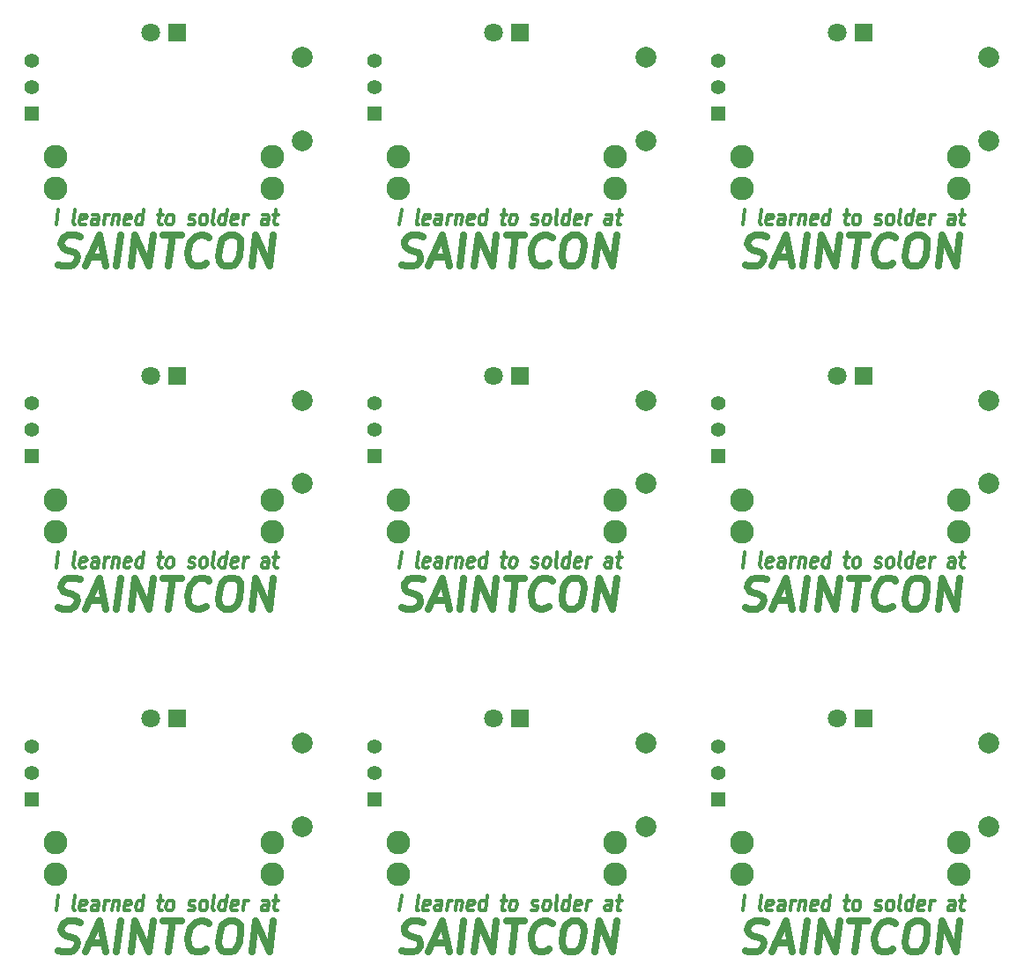
<source format=gts>
%MOIN*%
%OFA0B0*%
%FSLAX46Y46*%
%IPPOS*%
%LPD*%
%ADD10C,0.0039370078740157488*%
%ADD11C,0.011811023622047244*%
%ADD12C,0.027066929133858268*%
%ADD13C,0.0787*%
%ADD14C,0.090000000000000011*%
%ADD15R,0.070866141732283464X0.070866141732283464*%
%ADD16C,0.070866141732283464*%
%ADD17R,0.055000000000000007X0.055000000000000007*%
%ADD18C,0.055000000000000007*%
%ADD29C,0.0039370078740157488*%
%ADD30C,0.011811023622047244*%
%ADD31C,0.027066929133858268*%
%ADD32C,0.0787*%
%ADD33C,0.090000000000000011*%
%ADD34R,0.070866141732283464X0.070866141732283464*%
%ADD35C,0.070866141732283464*%
%ADD36R,0.055000000000000007X0.055000000000000007*%
%ADD37C,0.055000000000000007*%
%ADD38C,0.0039370078740157488*%
%ADD39C,0.011811023622047244*%
%ADD40C,0.027066929133858268*%
%ADD41C,0.0787*%
%ADD42C,0.090000000000000011*%
%ADD43R,0.070866141732283464X0.070866141732283464*%
%ADD44C,0.070866141732283464*%
%ADD45R,0.055000000000000007X0.055000000000000007*%
%ADD46C,0.055000000000000007*%
%ADD47C,0.0039370078740157488*%
%ADD48C,0.011811023622047244*%
%ADD49C,0.027066929133858268*%
%ADD50C,0.0787*%
%ADD51C,0.090000000000000011*%
%ADD52R,0.070866141732283464X0.070866141732283464*%
%ADD53C,0.070866141732283464*%
%ADD54R,0.055000000000000007X0.055000000000000007*%
%ADD55C,0.055000000000000007*%
%ADD56C,0.0039370078740157488*%
%ADD57C,0.011811023622047244*%
%ADD58C,0.027066929133858268*%
%ADD59C,0.0787*%
%ADD60C,0.090000000000000011*%
%ADD61R,0.070866141732283464X0.070866141732283464*%
%ADD62C,0.070866141732283464*%
%ADD63R,0.055000000000000007X0.055000000000000007*%
%ADD64C,0.055000000000000007*%
%ADD65C,0.0039370078740157488*%
%ADD66C,0.011811023622047244*%
%ADD67C,0.027066929133858268*%
%ADD68C,0.0787*%
%ADD69C,0.090000000000000011*%
%ADD70R,0.070866141732283464X0.070866141732283464*%
%ADD71C,0.070866141732283464*%
%ADD72R,0.055000000000000007X0.055000000000000007*%
%ADD73C,0.055000000000000007*%
%ADD74C,0.0039370078740157488*%
%ADD75C,0.011811023622047244*%
%ADD76C,0.027066929133858268*%
%ADD77C,0.0787*%
%ADD78C,0.090000000000000011*%
%ADD79R,0.070866141732283464X0.070866141732283464*%
%ADD80C,0.070866141732283464*%
%ADD81R,0.055000000000000007X0.055000000000000007*%
%ADD82C,0.055000000000000007*%
%ADD83C,0.0039370078740157488*%
%ADD84C,0.011811023622047244*%
%ADD85C,0.027066929133858268*%
%ADD86C,0.0787*%
%ADD87C,0.090000000000000011*%
%ADD88R,0.070866141732283464X0.070866141732283464*%
%ADD89C,0.070866141732283464*%
%ADD90R,0.055000000000000007X0.055000000000000007*%
%ADD91C,0.055000000000000007*%
%ADD92C,0.0039370078740157488*%
%ADD93C,0.011811023622047244*%
%ADD94C,0.027066929133858268*%
%ADD95C,0.0787*%
%ADD96C,0.090000000000000011*%
%ADD97R,0.070866141732283464X0.070866141732283464*%
%ADD98C,0.070866141732283464*%
%ADD99R,0.055000000000000007X0.055000000000000007*%
%ADD100C,0.055000000000000007*%
G01*
D10*
D11*
X0000192829Y0000203284D02*
X0000200211Y0000262339D01*
X0000263508Y0000203284D02*
X0000258985Y0000206096D01*
X0000257251Y0000211721D01*
X0000263578Y0000262339D01*
X0000302854Y0000206096D02*
X0000297628Y0000203284D01*
X0000287880Y0000203284D01*
X0000283357Y0000206096D01*
X0000281622Y0000211721D01*
X0000284435Y0000234218D01*
X0000287575Y0000239842D01*
X0000292801Y0000242654D01*
X0000302550Y0000242654D01*
X0000307072Y0000239842D01*
X0000308807Y0000234218D01*
X0000308104Y0000228594D01*
X0000283029Y0000222969D01*
X0000348809Y0000203284D02*
X0000352676Y0000234218D01*
X0000350942Y0000239842D01*
X0000346419Y0000242654D01*
X0000336670Y0000242654D01*
X0000331444Y0000239842D01*
X0000349161Y0000206096D02*
X0000343935Y0000203284D01*
X0000331749Y0000203284D01*
X0000327226Y0000206096D01*
X0000325492Y0000211721D01*
X0000326195Y0000217345D01*
X0000329335Y0000222969D01*
X0000334561Y0000225781D01*
X0000346747Y0000225781D01*
X0000351973Y0000228594D01*
X0000373181Y0000203284D02*
X0000378103Y0000242654D01*
X0000376697Y0000231406D02*
X0000379837Y0000237030D01*
X0000382625Y0000239842D01*
X0000387851Y0000242654D01*
X0000392726Y0000242654D01*
X0000409786Y0000242654D02*
X0000404865Y0000203284D01*
X0000409083Y0000237030D02*
X0000411872Y0000239842D01*
X0000417098Y0000242654D01*
X0000424409Y0000242654D01*
X0000428932Y0000239842D01*
X0000430666Y0000234218D01*
X0000426800Y0000203284D01*
X0000471021Y0000206096D02*
X0000465795Y0000203284D01*
X0000456046Y0000203284D01*
X0000451523Y0000206096D01*
X0000449789Y0000211721D01*
X0000452601Y0000234218D01*
X0000455741Y0000239842D01*
X0000460967Y0000242654D01*
X0000470716Y0000242654D01*
X0000475239Y0000239842D01*
X0000476973Y0000234218D01*
X0000476270Y0000228594D01*
X0000451195Y0000222969D01*
X0000516976Y0000203284D02*
X0000524358Y0000262339D01*
X0000517327Y0000206096D02*
X0000512101Y0000203284D01*
X0000502353Y0000203284D01*
X0000497830Y0000206096D01*
X0000495744Y0000208908D01*
X0000494010Y0000214533D01*
X0000496119Y0000231406D01*
X0000499259Y0000237030D01*
X0000502048Y0000239842D01*
X0000507274Y0000242654D01*
X0000517023Y0000242654D01*
X0000521546Y0000239842D01*
X0000577953Y0000242654D02*
X0000597450Y0000242654D01*
X0000587725Y0000262339D02*
X0000581397Y0000211721D01*
X0000583132Y0000206096D01*
X0000587655Y0000203284D01*
X0000592529Y0000203284D01*
X0000616901Y0000203284D02*
X0000612378Y0000206096D01*
X0000610292Y0000208908D01*
X0000608558Y0000214533D01*
X0000610667Y0000231406D01*
X0000613807Y0000237030D01*
X0000616596Y0000239842D01*
X0000621822Y0000242654D01*
X0000629134Y0000242654D01*
X0000633657Y0000239842D01*
X0000635742Y0000237030D01*
X0000637476Y0000231406D01*
X0000635367Y0000214533D01*
X0000632227Y0000208908D01*
X0000629438Y0000206096D01*
X0000624212Y0000203284D01*
X0000616901Y0000203284D01*
X0000692805Y0000206096D02*
X0000697328Y0000203284D01*
X0000707077Y0000203284D01*
X0000712303Y0000206096D01*
X0000715443Y0000211721D01*
X0000715795Y0000214533D01*
X0000714061Y0000220157D01*
X0000709538Y0000222969D01*
X0000702226Y0000222969D01*
X0000697703Y0000225781D01*
X0000695969Y0000231406D01*
X0000696321Y0000234218D01*
X0000699461Y0000239842D01*
X0000704687Y0000242654D01*
X0000711998Y0000242654D01*
X0000716521Y0000239842D01*
X0000743635Y0000203284D02*
X0000739112Y0000206096D01*
X0000737026Y0000208908D01*
X0000735292Y0000214533D01*
X0000737401Y0000231406D01*
X0000740542Y0000237030D01*
X0000743330Y0000239842D01*
X0000748556Y0000242654D01*
X0000755868Y0000242654D01*
X0000760391Y0000239842D01*
X0000762476Y0000237030D01*
X0000764210Y0000231406D01*
X0000762101Y0000214533D01*
X0000758961Y0000208908D01*
X0000756172Y0000206096D01*
X0000750947Y0000203284D01*
X0000743635Y0000203284D01*
X0000789942Y0000203284D02*
X0000785419Y0000206096D01*
X0000783685Y0000211721D01*
X0000790012Y0000262339D01*
X0000831374Y0000203284D02*
X0000838756Y0000262339D01*
X0000831725Y0000206096D02*
X0000826500Y0000203284D01*
X0000816751Y0000203284D01*
X0000812228Y0000206096D01*
X0000810142Y0000208908D01*
X0000808408Y0000214533D01*
X0000810517Y0000231406D01*
X0000813657Y0000237030D01*
X0000816446Y0000239842D01*
X0000821672Y0000242654D01*
X0000831421Y0000242654D01*
X0000835944Y0000239842D01*
X0000875595Y0000206096D02*
X0000870369Y0000203284D01*
X0000860620Y0000203284D01*
X0000856097Y0000206096D01*
X0000854363Y0000211721D01*
X0000857175Y0000234218D01*
X0000860316Y0000239842D01*
X0000865542Y0000242654D01*
X0000875290Y0000242654D01*
X0000879813Y0000239842D01*
X0000881547Y0000234218D01*
X0000880844Y0000228594D01*
X0000855769Y0000222969D01*
X0000899615Y0000203284D02*
X0000904537Y0000242654D01*
X0000903131Y0000231406D02*
X0000906271Y0000237030D01*
X0000909060Y0000239842D01*
X0000914285Y0000242654D01*
X0000919160Y0000242654D01*
X0000992229Y0000203284D02*
X0000996096Y0000234218D01*
X0000994361Y0000239842D01*
X0000989839Y0000242654D01*
X0000980090Y0000242654D01*
X0000974864Y0000239842D01*
X0000992580Y0000206096D02*
X0000987354Y0000203284D01*
X0000975168Y0000203284D01*
X0000970646Y0000206096D01*
X0000968911Y0000211721D01*
X0000969614Y0000217345D01*
X0000972755Y0000222969D01*
X0000977981Y0000225781D01*
X0000990167Y0000225781D01*
X0000995393Y0000228594D01*
X0001014210Y0000242654D02*
X0001033708Y0000242654D01*
X0001023983Y0000262339D02*
X0001017655Y0000211721D01*
X0001019390Y0000206096D01*
X0001023912Y0000203284D01*
X0001028787Y0000203284D01*
D12*
X0000201886Y0000052193D02*
X0000218056Y0000046569D01*
X0000246178Y0000046569D01*
X0000258129Y0000052193D01*
X0000264457Y0000057817D01*
X0000271487Y0000069066D01*
X0000272893Y0000080315D01*
X0000268675Y0000091563D01*
X0000263754Y0000097187D01*
X0000253208Y0000102812D01*
X0000231414Y0000108436D01*
X0000220868Y0000114060D01*
X0000215947Y0000119685D01*
X0000211729Y0000130933D01*
X0000213135Y0000142182D01*
X0000220165Y0000153430D01*
X0000226493Y0000159055D01*
X0000238444Y0000164679D01*
X0000266566Y0000164679D01*
X0000282736Y0000159055D01*
X0000317887Y0000080315D02*
X0000374130Y0000080315D01*
X0000302421Y0000046569D02*
X0000356554Y0000164679D01*
X0000381161Y0000046569D01*
X0000420531Y0000046569D02*
X0000435295Y0000164679D01*
X0000476774Y0000046569D02*
X0000491538Y0000164679D01*
X0000544265Y0000046569D01*
X0000559029Y0000164679D01*
X0000598399Y0000164679D02*
X0000665891Y0000164679D01*
X0000617381Y0000046569D02*
X0000632145Y0000164679D01*
X0000759395Y0000057817D02*
X0000753067Y0000052193D01*
X0000735491Y0000046569D01*
X0000724243Y0000046569D01*
X0000708073Y0000052193D01*
X0000698230Y0000063442D01*
X0000694012Y0000074690D01*
X0000691200Y0000097187D01*
X0000693309Y0000114060D01*
X0000701746Y0000136557D01*
X0000708776Y0000147806D01*
X0000721431Y0000159055D01*
X0000739007Y0000164679D01*
X0000750255Y0000164679D01*
X0000766425Y0000159055D01*
X0000771346Y0000153430D01*
X0000845868Y0000164679D02*
X0000868365Y0000164679D01*
X0000878911Y0000159055D01*
X0000888754Y0000147806D01*
X0000891566Y0000125309D01*
X0000886644Y0000085939D01*
X0000878208Y0000063442D01*
X0000865553Y0000052193D01*
X0000853602Y0000046569D01*
X0000831104Y0000046569D01*
X0000820559Y0000052193D01*
X0000810716Y0000063442D01*
X0000807904Y0000085939D01*
X0000812826Y0000125309D01*
X0000821262Y0000147806D01*
X0000833917Y0000159055D01*
X0000845868Y0000164679D01*
X0000932342Y0000046569D02*
X0000947106Y0000164679D01*
X0000999833Y0000046569D01*
X0001014597Y0000164679D01*
D13*
X0001124999Y0000837480D03*
X0001124999Y0000522519D03*
D14*
X0001009999Y0000340000D03*
X0000189999Y0000340000D03*
X0001009999Y0000460000D03*
X0000189999Y0000460000D03*
D15*
X0000649999Y0000930000D03*
D16*
X0000549999Y0000930000D03*
D17*
X0000099999Y0000625000D03*
D18*
X0000099999Y0000725000D03*
X0000099999Y0000825000D03*
G04 next file*
G04 #@! TF.FileFunction,Soldermask,Top*
G04 Gerber Fmt 4.6, Leading zero omitted, Abs format (unit mm)*
G04 Created by KiCad (PCBNEW 4.0.7) date 10/06/19 13:23:44*
G01*
G04 APERTURE LIST*
G04 APERTURE END LIST*
D29*
D30*
X0000192829Y0001501710D02*
X0000200211Y0001560765D01*
X0000263508Y0001501710D02*
X0000258985Y0001504522D01*
X0000257251Y0001510146D01*
X0000263578Y0001560765D01*
X0000302854Y0001504522D02*
X0000297628Y0001501710D01*
X0000287880Y0001501710D01*
X0000283357Y0001504522D01*
X0000281622Y0001510146D01*
X0000284435Y0001532643D01*
X0000287575Y0001538267D01*
X0000292801Y0001541080D01*
X0000302550Y0001541080D01*
X0000307072Y0001538267D01*
X0000308807Y0001532643D01*
X0000308104Y0001527019D01*
X0000283029Y0001521395D01*
X0000348809Y0001501710D02*
X0000352676Y0001532643D01*
X0000350942Y0001538267D01*
X0000346419Y0001541080D01*
X0000336670Y0001541080D01*
X0000331444Y0001538267D01*
X0000349161Y0001504522D02*
X0000343935Y0001501710D01*
X0000331749Y0001501710D01*
X0000327226Y0001504522D01*
X0000325492Y0001510146D01*
X0000326195Y0001515770D01*
X0000329335Y0001521395D01*
X0000334561Y0001524207D01*
X0000346747Y0001524207D01*
X0000351973Y0001527019D01*
X0000373181Y0001501710D02*
X0000378103Y0001541080D01*
X0000376697Y0001529831D02*
X0000379837Y0001535455D01*
X0000382625Y0001538267D01*
X0000387851Y0001541080D01*
X0000392726Y0001541080D01*
X0000409786Y0001541080D02*
X0000404865Y0001501710D01*
X0000409083Y0001535455D02*
X0000411872Y0001538267D01*
X0000417098Y0001541080D01*
X0000424409Y0001541080D01*
X0000428932Y0001538267D01*
X0000430666Y0001532643D01*
X0000426800Y0001501710D01*
X0000471021Y0001504522D02*
X0000465795Y0001501710D01*
X0000456046Y0001501710D01*
X0000451523Y0001504522D01*
X0000449789Y0001510146D01*
X0000452601Y0001532643D01*
X0000455741Y0001538267D01*
X0000460967Y0001541080D01*
X0000470716Y0001541080D01*
X0000475239Y0001538267D01*
X0000476973Y0001532643D01*
X0000476270Y0001527019D01*
X0000451195Y0001521395D01*
X0000516976Y0001501710D02*
X0000524358Y0001560765D01*
X0000517327Y0001504522D02*
X0000512101Y0001501710D01*
X0000502353Y0001501710D01*
X0000497830Y0001504522D01*
X0000495744Y0001507334D01*
X0000494010Y0001512958D01*
X0000496119Y0001529831D01*
X0000499259Y0001535455D01*
X0000502048Y0001538267D01*
X0000507274Y0001541080D01*
X0000517023Y0001541080D01*
X0000521546Y0001538267D01*
X0000577953Y0001541080D02*
X0000597450Y0001541080D01*
X0000587725Y0001560765D02*
X0000581397Y0001510146D01*
X0000583132Y0001504522D01*
X0000587655Y0001501710D01*
X0000592529Y0001501710D01*
X0000616901Y0001501710D02*
X0000612378Y0001504522D01*
X0000610292Y0001507334D01*
X0000608558Y0001512958D01*
X0000610667Y0001529831D01*
X0000613807Y0001535455D01*
X0000616596Y0001538267D01*
X0000621822Y0001541080D01*
X0000629134Y0001541080D01*
X0000633657Y0001538267D01*
X0000635742Y0001535455D01*
X0000637476Y0001529831D01*
X0000635367Y0001512958D01*
X0000632227Y0001507334D01*
X0000629438Y0001504522D01*
X0000624212Y0001501710D01*
X0000616901Y0001501710D01*
X0000692805Y0001504522D02*
X0000697328Y0001501710D01*
X0000707077Y0001501710D01*
X0000712303Y0001504522D01*
X0000715443Y0001510146D01*
X0000715795Y0001512958D01*
X0000714061Y0001518582D01*
X0000709538Y0001521395D01*
X0000702226Y0001521395D01*
X0000697703Y0001524207D01*
X0000695969Y0001529831D01*
X0000696321Y0001532643D01*
X0000699461Y0001538267D01*
X0000704687Y0001541080D01*
X0000711998Y0001541080D01*
X0000716521Y0001538267D01*
X0000743635Y0001501710D02*
X0000739112Y0001504522D01*
X0000737026Y0001507334D01*
X0000735292Y0001512958D01*
X0000737401Y0001529831D01*
X0000740542Y0001535455D01*
X0000743330Y0001538267D01*
X0000748556Y0001541080D01*
X0000755868Y0001541080D01*
X0000760391Y0001538267D01*
X0000762476Y0001535455D01*
X0000764210Y0001529831D01*
X0000762101Y0001512958D01*
X0000758961Y0001507334D01*
X0000756172Y0001504522D01*
X0000750947Y0001501710D01*
X0000743635Y0001501710D01*
X0000789942Y0001501710D02*
X0000785419Y0001504522D01*
X0000783685Y0001510146D01*
X0000790012Y0001560765D01*
X0000831374Y0001501710D02*
X0000838756Y0001560765D01*
X0000831725Y0001504522D02*
X0000826500Y0001501710D01*
X0000816751Y0001501710D01*
X0000812228Y0001504522D01*
X0000810142Y0001507334D01*
X0000808408Y0001512958D01*
X0000810517Y0001529831D01*
X0000813657Y0001535455D01*
X0000816446Y0001538267D01*
X0000821672Y0001541080D01*
X0000831421Y0001541080D01*
X0000835944Y0001538267D01*
X0000875595Y0001504522D02*
X0000870369Y0001501710D01*
X0000860620Y0001501710D01*
X0000856097Y0001504522D01*
X0000854363Y0001510146D01*
X0000857175Y0001532643D01*
X0000860316Y0001538267D01*
X0000865542Y0001541080D01*
X0000875290Y0001541080D01*
X0000879813Y0001538267D01*
X0000881547Y0001532643D01*
X0000880844Y0001527019D01*
X0000855769Y0001521395D01*
X0000899615Y0001501710D02*
X0000904537Y0001541080D01*
X0000903131Y0001529831D02*
X0000906271Y0001535455D01*
X0000909060Y0001538267D01*
X0000914285Y0001541080D01*
X0000919160Y0001541080D01*
X0000992229Y0001501710D02*
X0000996096Y0001532643D01*
X0000994361Y0001538267D01*
X0000989839Y0001541080D01*
X0000980090Y0001541080D01*
X0000974864Y0001538267D01*
X0000992580Y0001504522D02*
X0000987354Y0001501710D01*
X0000975168Y0001501710D01*
X0000970646Y0001504522D01*
X0000968911Y0001510146D01*
X0000969614Y0001515770D01*
X0000972755Y0001521395D01*
X0000977981Y0001524207D01*
X0000990167Y0001524207D01*
X0000995393Y0001527019D01*
X0001014210Y0001541080D02*
X0001033708Y0001541080D01*
X0001023983Y0001560765D02*
X0001017655Y0001510146D01*
X0001019390Y0001504522D01*
X0001023912Y0001501710D01*
X0001028787Y0001501710D01*
D31*
X0000201886Y0001350618D02*
X0000218056Y0001344994D01*
X0000246178Y0001344994D01*
X0000258129Y0001350618D01*
X0000264457Y0001356243D01*
X0000271487Y0001367491D01*
X0000272893Y0001378740D01*
X0000268675Y0001389988D01*
X0000263754Y0001395613D01*
X0000253208Y0001401237D01*
X0000231414Y0001406861D01*
X0000220868Y0001412486D01*
X0000215947Y0001418110D01*
X0000211729Y0001429359D01*
X0000213135Y0001440607D01*
X0000220165Y0001451856D01*
X0000226493Y0001457480D01*
X0000238444Y0001463104D01*
X0000266566Y0001463104D01*
X0000282736Y0001457480D01*
X0000317887Y0001378740D02*
X0000374130Y0001378740D01*
X0000302421Y0001344994D02*
X0000356554Y0001463104D01*
X0000381161Y0001344994D01*
X0000420531Y0001344994D02*
X0000435295Y0001463104D01*
X0000476774Y0001344994D02*
X0000491538Y0001463104D01*
X0000544265Y0001344994D01*
X0000559029Y0001463104D01*
X0000598399Y0001463104D02*
X0000665891Y0001463104D01*
X0000617381Y0001344994D02*
X0000632145Y0001463104D01*
X0000759395Y0001356243D02*
X0000753067Y0001350618D01*
X0000735491Y0001344994D01*
X0000724243Y0001344994D01*
X0000708073Y0001350618D01*
X0000698230Y0001361867D01*
X0000694012Y0001373116D01*
X0000691200Y0001395613D01*
X0000693309Y0001412486D01*
X0000701746Y0001434983D01*
X0000708776Y0001446231D01*
X0000721431Y0001457480D01*
X0000739007Y0001463104D01*
X0000750255Y0001463104D01*
X0000766425Y0001457480D01*
X0000771346Y0001451856D01*
X0000845868Y0001463104D02*
X0000868365Y0001463104D01*
X0000878911Y0001457480D01*
X0000888754Y0001446231D01*
X0000891566Y0001423734D01*
X0000886644Y0001384364D01*
X0000878208Y0001361867D01*
X0000865553Y0001350618D01*
X0000853602Y0001344994D01*
X0000831104Y0001344994D01*
X0000820559Y0001350618D01*
X0000810716Y0001361867D01*
X0000807904Y0001384364D01*
X0000812826Y0001423734D01*
X0000821262Y0001446231D01*
X0000833917Y0001457480D01*
X0000845868Y0001463104D01*
X0000932342Y0001344994D02*
X0000947106Y0001463104D01*
X0000999833Y0001344994D01*
X0001014597Y0001463104D01*
D32*
X0001124999Y0002135905D03*
X0001124999Y0001820945D03*
D33*
X0001009999Y0001638425D03*
X0000189999Y0001638425D03*
X0001009999Y0001758425D03*
X0000189999Y0001758425D03*
D34*
X0000649999Y0002228425D03*
D35*
X0000549999Y0002228425D03*
D36*
X0000099999Y0001923425D03*
D37*
X0000099999Y0002023425D03*
X0000099999Y0002123425D03*
G04 next file*
G04 #@! TF.FileFunction,Soldermask,Top*
G04 Gerber Fmt 4.6, Leading zero omitted, Abs format (unit mm)*
G04 Created by KiCad (PCBNEW 4.0.7) date 10/06/19 13:23:44*
G01*
G04 APERTURE LIST*
G04 APERTURE END LIST*
D38*
D39*
X0000192829Y0002800135D02*
X0000200211Y0002859190D01*
X0000263508Y0002800135D02*
X0000258985Y0002802947D01*
X0000257251Y0002808571D01*
X0000263578Y0002859190D01*
X0000302854Y0002802947D02*
X0000297628Y0002800135D01*
X0000287880Y0002800135D01*
X0000283357Y0002802947D01*
X0000281622Y0002808571D01*
X0000284435Y0002831068D01*
X0000287575Y0002836692D01*
X0000292801Y0002839505D01*
X0000302550Y0002839505D01*
X0000307072Y0002836692D01*
X0000308807Y0002831068D01*
X0000308104Y0002825444D01*
X0000283029Y0002819820D01*
X0000348809Y0002800135D02*
X0000352676Y0002831068D01*
X0000350942Y0002836692D01*
X0000346419Y0002839505D01*
X0000336670Y0002839505D01*
X0000331444Y0002836692D01*
X0000349161Y0002802947D02*
X0000343935Y0002800135D01*
X0000331749Y0002800135D01*
X0000327226Y0002802947D01*
X0000325492Y0002808571D01*
X0000326195Y0002814195D01*
X0000329335Y0002819820D01*
X0000334561Y0002822632D01*
X0000346747Y0002822632D01*
X0000351973Y0002825444D01*
X0000373181Y0002800135D02*
X0000378103Y0002839505D01*
X0000376697Y0002828256D02*
X0000379837Y0002833880D01*
X0000382625Y0002836692D01*
X0000387851Y0002839505D01*
X0000392726Y0002839505D01*
X0000409786Y0002839505D02*
X0000404865Y0002800135D01*
X0000409083Y0002833880D02*
X0000411872Y0002836692D01*
X0000417098Y0002839505D01*
X0000424409Y0002839505D01*
X0000428932Y0002836692D01*
X0000430666Y0002831068D01*
X0000426800Y0002800135D01*
X0000471021Y0002802947D02*
X0000465795Y0002800135D01*
X0000456046Y0002800135D01*
X0000451523Y0002802947D01*
X0000449789Y0002808571D01*
X0000452601Y0002831068D01*
X0000455741Y0002836692D01*
X0000460967Y0002839505D01*
X0000470716Y0002839505D01*
X0000475239Y0002836692D01*
X0000476973Y0002831068D01*
X0000476270Y0002825444D01*
X0000451195Y0002819820D01*
X0000516976Y0002800135D02*
X0000524358Y0002859190D01*
X0000517327Y0002802947D02*
X0000512101Y0002800135D01*
X0000502353Y0002800135D01*
X0000497830Y0002802947D01*
X0000495744Y0002805759D01*
X0000494010Y0002811383D01*
X0000496119Y0002828256D01*
X0000499259Y0002833880D01*
X0000502048Y0002836692D01*
X0000507274Y0002839505D01*
X0000517023Y0002839505D01*
X0000521546Y0002836692D01*
X0000577953Y0002839505D02*
X0000597450Y0002839505D01*
X0000587725Y0002859190D02*
X0000581397Y0002808571D01*
X0000583132Y0002802947D01*
X0000587655Y0002800135D01*
X0000592529Y0002800135D01*
X0000616901Y0002800135D02*
X0000612378Y0002802947D01*
X0000610292Y0002805759D01*
X0000608558Y0002811383D01*
X0000610667Y0002828256D01*
X0000613807Y0002833880D01*
X0000616596Y0002836692D01*
X0000621822Y0002839505D01*
X0000629134Y0002839505D01*
X0000633657Y0002836692D01*
X0000635742Y0002833880D01*
X0000637476Y0002828256D01*
X0000635367Y0002811383D01*
X0000632227Y0002805759D01*
X0000629438Y0002802947D01*
X0000624212Y0002800135D01*
X0000616901Y0002800135D01*
X0000692805Y0002802947D02*
X0000697328Y0002800135D01*
X0000707077Y0002800135D01*
X0000712303Y0002802947D01*
X0000715443Y0002808571D01*
X0000715795Y0002811383D01*
X0000714061Y0002817007D01*
X0000709538Y0002819820D01*
X0000702226Y0002819820D01*
X0000697703Y0002822632D01*
X0000695969Y0002828256D01*
X0000696321Y0002831068D01*
X0000699461Y0002836692D01*
X0000704687Y0002839505D01*
X0000711998Y0002839505D01*
X0000716521Y0002836692D01*
X0000743635Y0002800135D02*
X0000739112Y0002802947D01*
X0000737026Y0002805759D01*
X0000735292Y0002811383D01*
X0000737401Y0002828256D01*
X0000740542Y0002833880D01*
X0000743330Y0002836692D01*
X0000748556Y0002839505D01*
X0000755868Y0002839505D01*
X0000760391Y0002836692D01*
X0000762476Y0002833880D01*
X0000764210Y0002828256D01*
X0000762101Y0002811383D01*
X0000758961Y0002805759D01*
X0000756172Y0002802947D01*
X0000750947Y0002800135D01*
X0000743635Y0002800135D01*
X0000789942Y0002800135D02*
X0000785419Y0002802947D01*
X0000783685Y0002808571D01*
X0000790012Y0002859190D01*
X0000831374Y0002800135D02*
X0000838756Y0002859190D01*
X0000831725Y0002802947D02*
X0000826500Y0002800135D01*
X0000816751Y0002800135D01*
X0000812228Y0002802947D01*
X0000810142Y0002805759D01*
X0000808408Y0002811383D01*
X0000810517Y0002828256D01*
X0000813657Y0002833880D01*
X0000816446Y0002836692D01*
X0000821672Y0002839505D01*
X0000831421Y0002839505D01*
X0000835944Y0002836692D01*
X0000875595Y0002802947D02*
X0000870369Y0002800135D01*
X0000860620Y0002800135D01*
X0000856097Y0002802947D01*
X0000854363Y0002808571D01*
X0000857175Y0002831068D01*
X0000860316Y0002836692D01*
X0000865542Y0002839505D01*
X0000875290Y0002839505D01*
X0000879813Y0002836692D01*
X0000881547Y0002831068D01*
X0000880844Y0002825444D01*
X0000855769Y0002819820D01*
X0000899615Y0002800135D02*
X0000904537Y0002839505D01*
X0000903131Y0002828256D02*
X0000906271Y0002833880D01*
X0000909060Y0002836692D01*
X0000914285Y0002839505D01*
X0000919160Y0002839505D01*
X0000992229Y0002800135D02*
X0000996096Y0002831068D01*
X0000994361Y0002836692D01*
X0000989839Y0002839505D01*
X0000980090Y0002839505D01*
X0000974864Y0002836692D01*
X0000992580Y0002802947D02*
X0000987354Y0002800135D01*
X0000975168Y0002800135D01*
X0000970646Y0002802947D01*
X0000968911Y0002808571D01*
X0000969614Y0002814195D01*
X0000972755Y0002819820D01*
X0000977981Y0002822632D01*
X0000990167Y0002822632D01*
X0000995393Y0002825444D01*
X0001014210Y0002839505D02*
X0001033708Y0002839505D01*
X0001023983Y0002859190D02*
X0001017655Y0002808571D01*
X0001019390Y0002802947D01*
X0001023912Y0002800135D01*
X0001028787Y0002800135D01*
D40*
X0000201886Y0002649043D02*
X0000218056Y0002643419D01*
X0000246178Y0002643419D01*
X0000258129Y0002649043D01*
X0000264457Y0002654668D01*
X0000271487Y0002665916D01*
X0000272893Y0002677165D01*
X0000268675Y0002688413D01*
X0000263754Y0002694038D01*
X0000253208Y0002699662D01*
X0000231414Y0002705286D01*
X0000220868Y0002710911D01*
X0000215947Y0002716535D01*
X0000211729Y0002727784D01*
X0000213135Y0002739032D01*
X0000220165Y0002750281D01*
X0000226493Y0002755905D01*
X0000238444Y0002761529D01*
X0000266566Y0002761529D01*
X0000282736Y0002755905D01*
X0000317887Y0002677165D02*
X0000374130Y0002677165D01*
X0000302421Y0002643419D02*
X0000356554Y0002761529D01*
X0000381161Y0002643419D01*
X0000420531Y0002643419D02*
X0000435295Y0002761529D01*
X0000476774Y0002643419D02*
X0000491538Y0002761529D01*
X0000544265Y0002643419D01*
X0000559029Y0002761529D01*
X0000598399Y0002761529D02*
X0000665891Y0002761529D01*
X0000617381Y0002643419D02*
X0000632145Y0002761529D01*
X0000759395Y0002654668D02*
X0000753067Y0002649043D01*
X0000735491Y0002643419D01*
X0000724243Y0002643419D01*
X0000708073Y0002649043D01*
X0000698230Y0002660292D01*
X0000694012Y0002671541D01*
X0000691200Y0002694038D01*
X0000693309Y0002710911D01*
X0000701746Y0002733408D01*
X0000708776Y0002744656D01*
X0000721431Y0002755905D01*
X0000739007Y0002761529D01*
X0000750255Y0002761529D01*
X0000766425Y0002755905D01*
X0000771346Y0002750281D01*
X0000845868Y0002761529D02*
X0000868365Y0002761529D01*
X0000878911Y0002755905D01*
X0000888754Y0002744656D01*
X0000891566Y0002722159D01*
X0000886644Y0002682789D01*
X0000878208Y0002660292D01*
X0000865553Y0002649043D01*
X0000853602Y0002643419D01*
X0000831104Y0002643419D01*
X0000820559Y0002649043D01*
X0000810716Y0002660292D01*
X0000807904Y0002682789D01*
X0000812826Y0002722159D01*
X0000821262Y0002744656D01*
X0000833917Y0002755905D01*
X0000845868Y0002761529D01*
X0000932342Y0002643419D02*
X0000947106Y0002761529D01*
X0000999833Y0002643419D01*
X0001014597Y0002761529D01*
D41*
X0001124999Y0003434330D03*
X0001124999Y0003119370D03*
D42*
X0001009999Y0002936850D03*
X0000189999Y0002936850D03*
X0001009999Y0003056850D03*
X0000189999Y0003056850D03*
D43*
X0000649999Y0003526850D03*
D44*
X0000549999Y0003526850D03*
D45*
X0000099999Y0003221850D03*
D46*
X0000099999Y0003321850D03*
X0000099999Y0003421850D03*
G04 next file*
G04 #@! TF.FileFunction,Soldermask,Top*
G04 Gerber Fmt 4.6, Leading zero omitted, Abs format (unit mm)*
G04 Created by KiCad (PCBNEW 4.0.7) date 10/06/19 13:23:44*
G01*
G04 APERTURE LIST*
G04 APERTURE END LIST*
D47*
D48*
X0001491254Y0000203284D02*
X0001498636Y0000262339D01*
X0001561933Y0000203284D02*
X0001557410Y0000206096D01*
X0001555676Y0000211721D01*
X0001562003Y0000262339D01*
X0001601280Y0000206096D02*
X0001596054Y0000203284D01*
X0001586305Y0000203284D01*
X0001581782Y0000206096D01*
X0001580048Y0000211721D01*
X0001582860Y0000234218D01*
X0001586000Y0000239842D01*
X0001591226Y0000242654D01*
X0001600975Y0000242654D01*
X0001605498Y0000239842D01*
X0001607232Y0000234218D01*
X0001606529Y0000228594D01*
X0001581454Y0000222969D01*
X0001647235Y0000203284D02*
X0001651101Y0000234218D01*
X0001649367Y0000239842D01*
X0001644844Y0000242654D01*
X0001635096Y0000242654D01*
X0001629870Y0000239842D01*
X0001647586Y0000206096D02*
X0001642360Y0000203284D01*
X0001630174Y0000203284D01*
X0001625652Y0000206096D01*
X0001623917Y0000211721D01*
X0001624620Y0000217345D01*
X0001627761Y0000222969D01*
X0001632987Y0000225781D01*
X0001645172Y0000225781D01*
X0001650398Y0000228594D01*
X0001671607Y0000203284D02*
X0001676528Y0000242654D01*
X0001675122Y0000231406D02*
X0001678262Y0000237030D01*
X0001681051Y0000239842D01*
X0001686277Y0000242654D01*
X0001691151Y0000242654D01*
X0001708212Y0000242654D02*
X0001703290Y0000203284D01*
X0001707508Y0000237030D02*
X0001710297Y0000239842D01*
X0001715523Y0000242654D01*
X0001722835Y0000242654D01*
X0001727358Y0000239842D01*
X0001729092Y0000234218D01*
X0001725225Y0000203284D01*
X0001769446Y0000206096D02*
X0001764220Y0000203284D01*
X0001754471Y0000203284D01*
X0001749948Y0000206096D01*
X0001748214Y0000211721D01*
X0001751026Y0000234218D01*
X0001754167Y0000239842D01*
X0001759393Y0000242654D01*
X0001769141Y0000242654D01*
X0001773664Y0000239842D01*
X0001775398Y0000234218D01*
X0001774695Y0000228594D01*
X0001749620Y0000222969D01*
X0001815401Y0000203284D02*
X0001822783Y0000262339D01*
X0001815753Y0000206096D02*
X0001810527Y0000203284D01*
X0001800778Y0000203284D01*
X0001796255Y0000206096D01*
X0001794170Y0000208908D01*
X0001792435Y0000214533D01*
X0001794544Y0000231406D01*
X0001797685Y0000237030D01*
X0001800473Y0000239842D01*
X0001805699Y0000242654D01*
X0001815448Y0000242654D01*
X0001819971Y0000239842D01*
X0001876378Y0000242654D02*
X0001895876Y0000242654D01*
X0001886150Y0000262339D02*
X0001879823Y0000211721D01*
X0001881557Y0000206096D01*
X0001886080Y0000203284D01*
X0001890954Y0000203284D01*
X0001915326Y0000203284D02*
X0001910803Y0000206096D01*
X0001908718Y0000208908D01*
X0001906983Y0000214533D01*
X0001909093Y0000231406D01*
X0001912233Y0000237030D01*
X0001915022Y0000239842D01*
X0001920247Y0000242654D01*
X0001927559Y0000242654D01*
X0001932082Y0000239842D01*
X0001934168Y0000237030D01*
X0001935902Y0000231406D01*
X0001933793Y0000214533D01*
X0001930652Y0000208908D01*
X0001927864Y0000206096D01*
X0001922638Y0000203284D01*
X0001915326Y0000203284D01*
X0001991231Y0000206096D02*
X0001995754Y0000203284D01*
X0002005502Y0000203284D01*
X0002010728Y0000206096D01*
X0002013869Y0000211721D01*
X0002014220Y0000214533D01*
X0002012486Y0000220157D01*
X0002007963Y0000222969D01*
X0002000651Y0000222969D01*
X0001996129Y0000225781D01*
X0001994394Y0000231406D01*
X0001994746Y0000234218D01*
X0001997886Y0000239842D01*
X0002003112Y0000242654D01*
X0002010424Y0000242654D01*
X0002014947Y0000239842D01*
X0002042060Y0000203284D02*
X0002037537Y0000206096D01*
X0002035452Y0000208908D01*
X0002033718Y0000214533D01*
X0002035827Y0000231406D01*
X0002038967Y0000237030D01*
X0002041756Y0000239842D01*
X0002046982Y0000242654D01*
X0002054293Y0000242654D01*
X0002058816Y0000239842D01*
X0002060902Y0000237030D01*
X0002062636Y0000231406D01*
X0002060527Y0000214533D01*
X0002057387Y0000208908D01*
X0002054598Y0000206096D01*
X0002049372Y0000203284D01*
X0002042060Y0000203284D01*
X0002088367Y0000203284D02*
X0002083844Y0000206096D01*
X0002082110Y0000211721D01*
X0002088437Y0000262339D01*
X0002129799Y0000203284D02*
X0002137181Y0000262339D01*
X0002130151Y0000206096D02*
X0002124925Y0000203284D01*
X0002115176Y0000203284D01*
X0002110653Y0000206096D01*
X0002108568Y0000208908D01*
X0002106833Y0000214533D01*
X0002108943Y0000231406D01*
X0002112083Y0000237030D01*
X0002114872Y0000239842D01*
X0002120097Y0000242654D01*
X0002129846Y0000242654D01*
X0002134369Y0000239842D01*
X0002174020Y0000206096D02*
X0002168794Y0000203284D01*
X0002159046Y0000203284D01*
X0002154523Y0000206096D01*
X0002152789Y0000211721D01*
X0002155601Y0000234218D01*
X0002158741Y0000239842D01*
X0002163967Y0000242654D01*
X0002173716Y0000242654D01*
X0002178239Y0000239842D01*
X0002179973Y0000234218D01*
X0002179270Y0000228594D01*
X0002154195Y0000222969D01*
X0002198041Y0000203284D02*
X0002202962Y0000242654D01*
X0002201556Y0000231406D02*
X0002204696Y0000237030D01*
X0002207485Y0000239842D01*
X0002212711Y0000242654D01*
X0002217585Y0000242654D01*
X0002290654Y0000203284D02*
X0002294521Y0000234218D01*
X0002292787Y0000239842D01*
X0002288264Y0000242654D01*
X0002278515Y0000242654D01*
X0002273289Y0000239842D01*
X0002291006Y0000206096D02*
X0002285780Y0000203284D01*
X0002273594Y0000203284D01*
X0002269071Y0000206096D01*
X0002267337Y0000211721D01*
X0002268040Y0000217345D01*
X0002271180Y0000222969D01*
X0002276406Y0000225781D01*
X0002288592Y0000225781D01*
X0002293818Y0000228594D01*
X0002312636Y0000242654D02*
X0002332133Y0000242654D01*
X0002322408Y0000262339D02*
X0002316081Y0000211721D01*
X0002317815Y0000206096D01*
X0002322338Y0000203284D01*
X0002327212Y0000203284D01*
D49*
X0001500312Y0000052193D02*
X0001516481Y0000046569D01*
X0001544603Y0000046569D01*
X0001556555Y0000052193D01*
X0001562882Y0000057817D01*
X0001569912Y0000069066D01*
X0001571318Y0000080315D01*
X0001567100Y0000091563D01*
X0001562179Y0000097187D01*
X0001551633Y0000102812D01*
X0001529839Y0000108436D01*
X0001519294Y0000114060D01*
X0001514372Y0000119685D01*
X0001510154Y0000130933D01*
X0001511560Y0000142182D01*
X0001518591Y0000153430D01*
X0001524918Y0000159055D01*
X0001536870Y0000164679D01*
X0001564991Y0000164679D01*
X0001581161Y0000159055D01*
X0001616313Y0000080315D02*
X0001672556Y0000080315D01*
X0001600846Y0000046569D02*
X0001654980Y0000164679D01*
X0001679586Y0000046569D01*
X0001718956Y0000046569D02*
X0001733720Y0000164679D01*
X0001775199Y0000046569D02*
X0001789963Y0000164679D01*
X0001842691Y0000046569D01*
X0001857454Y0000164679D01*
X0001896825Y0000164679D02*
X0001964316Y0000164679D01*
X0001915807Y0000046569D02*
X0001930570Y0000164679D01*
X0002057820Y0000057817D02*
X0002051493Y0000052193D01*
X0002033917Y0000046569D01*
X0002022668Y0000046569D01*
X0002006498Y0000052193D01*
X0001996656Y0000063442D01*
X0001992438Y0000074690D01*
X0001989625Y0000097187D01*
X0001991735Y0000114060D01*
X0002000171Y0000136557D01*
X0002007201Y0000147806D01*
X0002019856Y0000159055D01*
X0002037432Y0000164679D01*
X0002048681Y0000164679D01*
X0002064850Y0000159055D01*
X0002069772Y0000153430D01*
X0002144294Y0000164679D02*
X0002166791Y0000164679D01*
X0002177336Y0000159055D01*
X0002187179Y0000147806D01*
X0002189991Y0000125309D01*
X0002185070Y0000085939D01*
X0002176633Y0000063442D01*
X0002163979Y0000052193D01*
X0002152027Y0000046569D01*
X0002129530Y0000046569D01*
X0002118984Y0000052193D01*
X0002109142Y0000063442D01*
X0002106330Y0000085939D01*
X0002111251Y0000125309D01*
X0002119687Y0000147806D01*
X0002132342Y0000159055D01*
X0002144294Y0000164679D01*
X0002230767Y0000046569D02*
X0002245531Y0000164679D01*
X0002298259Y0000046569D01*
X0002313022Y0000164679D01*
D50*
X0002423425Y0000837480D03*
X0002423425Y0000522519D03*
D51*
X0002308425Y0000340000D03*
X0001488425Y0000340000D03*
X0002308425Y0000460000D03*
X0001488425Y0000460000D03*
D52*
X0001948425Y0000930000D03*
D53*
X0001848425Y0000930000D03*
D54*
X0001398425Y0000625000D03*
D55*
X0001398425Y0000725000D03*
X0001398425Y0000825000D03*
G04 next file*
G04 #@! TF.FileFunction,Soldermask,Top*
G04 Gerber Fmt 4.6, Leading zero omitted, Abs format (unit mm)*
G04 Created by KiCad (PCBNEW 4.0.7) date 10/06/19 13:23:44*
G01*
G04 APERTURE LIST*
G04 APERTURE END LIST*
D56*
D57*
X0002789680Y0000203284D02*
X0002797061Y0000262339D01*
X0002860358Y0000203284D02*
X0002855835Y0000206096D01*
X0002854101Y0000211721D01*
X0002860429Y0000262339D01*
X0002899705Y0000206096D02*
X0002894479Y0000203284D01*
X0002884730Y0000203284D01*
X0002880207Y0000206096D01*
X0002878473Y0000211721D01*
X0002881285Y0000234218D01*
X0002884426Y0000239842D01*
X0002889651Y0000242654D01*
X0002899400Y0000242654D01*
X0002903923Y0000239842D01*
X0002905657Y0000234218D01*
X0002904954Y0000228594D01*
X0002879879Y0000222969D01*
X0002945660Y0000203284D02*
X0002949527Y0000234218D01*
X0002947793Y0000239842D01*
X0002943270Y0000242654D01*
X0002933521Y0000242654D01*
X0002928295Y0000239842D01*
X0002946012Y0000206096D02*
X0002940786Y0000203284D01*
X0002928600Y0000203284D01*
X0002924077Y0000206096D01*
X0002922343Y0000211721D01*
X0002923046Y0000217345D01*
X0002926186Y0000222969D01*
X0002931412Y0000225781D01*
X0002943598Y0000225781D01*
X0002948824Y0000228594D01*
X0002970032Y0000203284D02*
X0002974953Y0000242654D01*
X0002973547Y0000231406D02*
X0002976687Y0000237030D01*
X0002979476Y0000239842D01*
X0002984702Y0000242654D01*
X0002989576Y0000242654D01*
X0003006637Y0000242654D02*
X0003001716Y0000203284D01*
X0003005934Y0000237030D02*
X0003008722Y0000239842D01*
X0003013948Y0000242654D01*
X0003021260Y0000242654D01*
X0003025783Y0000239842D01*
X0003027517Y0000234218D01*
X0003023650Y0000203284D01*
X0003067871Y0000206096D02*
X0003062645Y0000203284D01*
X0003052897Y0000203284D01*
X0003048374Y0000206096D01*
X0003046640Y0000211721D01*
X0003049452Y0000234218D01*
X0003052592Y0000239842D01*
X0003057818Y0000242654D01*
X0003067567Y0000242654D01*
X0003072090Y0000239842D01*
X0003073824Y0000234218D01*
X0003073121Y0000228594D01*
X0003048046Y0000222969D01*
X0003113827Y0000203284D02*
X0003121208Y0000262339D01*
X0003114178Y0000206096D02*
X0003108952Y0000203284D01*
X0003099203Y0000203284D01*
X0003094680Y0000206096D01*
X0003092595Y0000208908D01*
X0003090861Y0000214533D01*
X0003092970Y0000231406D01*
X0003096110Y0000237030D01*
X0003098899Y0000239842D01*
X0003104125Y0000242654D01*
X0003113873Y0000242654D01*
X0003118396Y0000239842D01*
X0003174803Y0000242654D02*
X0003194301Y0000242654D01*
X0003184575Y0000262339D02*
X0003178248Y0000211721D01*
X0003179982Y0000206096D01*
X0003184505Y0000203284D01*
X0003189380Y0000203284D01*
X0003213752Y0000203284D02*
X0003209229Y0000206096D01*
X0003207143Y0000208908D01*
X0003205409Y0000214533D01*
X0003207518Y0000231406D01*
X0003210658Y0000237030D01*
X0003213447Y0000239842D01*
X0003218673Y0000242654D01*
X0003225984Y0000242654D01*
X0003230507Y0000239842D01*
X0003232593Y0000237030D01*
X0003234327Y0000231406D01*
X0003232218Y0000214533D01*
X0003229078Y0000208908D01*
X0003226289Y0000206096D01*
X0003221063Y0000203284D01*
X0003213752Y0000203284D01*
X0003289656Y0000206096D02*
X0003294179Y0000203284D01*
X0003303928Y0000203284D01*
X0003309154Y0000206096D01*
X0003312294Y0000211721D01*
X0003312645Y0000214533D01*
X0003310911Y0000220157D01*
X0003306388Y0000222969D01*
X0003299077Y0000222969D01*
X0003294554Y0000225781D01*
X0003292820Y0000231406D01*
X0003293171Y0000234218D01*
X0003296311Y0000239842D01*
X0003301537Y0000242654D01*
X0003308849Y0000242654D01*
X0003313372Y0000239842D01*
X0003340486Y0000203284D02*
X0003335963Y0000206096D01*
X0003333877Y0000208908D01*
X0003332143Y0000214533D01*
X0003334252Y0000231406D01*
X0003337392Y0000237030D01*
X0003340181Y0000239842D01*
X0003345407Y0000242654D01*
X0003352718Y0000242654D01*
X0003357241Y0000239842D01*
X0003359327Y0000237030D01*
X0003361061Y0000231406D01*
X0003358952Y0000214533D01*
X0003355812Y0000208908D01*
X0003353023Y0000206096D01*
X0003347797Y0000203284D01*
X0003340486Y0000203284D01*
X0003386792Y0000203284D02*
X0003382269Y0000206096D01*
X0003380535Y0000211721D01*
X0003386863Y0000262339D01*
X0003428225Y0000203284D02*
X0003435607Y0000262339D01*
X0003428576Y0000206096D02*
X0003423350Y0000203284D01*
X0003413601Y0000203284D01*
X0003409079Y0000206096D01*
X0003406993Y0000208908D01*
X0003405259Y0000214533D01*
X0003407368Y0000231406D01*
X0003410508Y0000237030D01*
X0003413297Y0000239842D01*
X0003418523Y0000242654D01*
X0003428272Y0000242654D01*
X0003432794Y0000239842D01*
X0003472446Y0000206096D02*
X0003467220Y0000203284D01*
X0003457471Y0000203284D01*
X0003452948Y0000206096D01*
X0003451214Y0000211721D01*
X0003454026Y0000234218D01*
X0003457166Y0000239842D01*
X0003462392Y0000242654D01*
X0003472141Y0000242654D01*
X0003476664Y0000239842D01*
X0003478398Y0000234218D01*
X0003477695Y0000228594D01*
X0003452620Y0000222969D01*
X0003496466Y0000203284D02*
X0003501387Y0000242654D01*
X0003499981Y0000231406D02*
X0003503122Y0000237030D01*
X0003505910Y0000239842D01*
X0003511136Y0000242654D01*
X0003516011Y0000242654D01*
X0003589080Y0000203284D02*
X0003592946Y0000234218D01*
X0003591212Y0000239842D01*
X0003586689Y0000242654D01*
X0003576940Y0000242654D01*
X0003571714Y0000239842D01*
X0003589431Y0000206096D02*
X0003584205Y0000203284D01*
X0003572019Y0000203284D01*
X0003567496Y0000206096D01*
X0003565762Y0000211721D01*
X0003566465Y0000217345D01*
X0003569605Y0000222969D01*
X0003574831Y0000225781D01*
X0003587017Y0000225781D01*
X0003592243Y0000228594D01*
X0003611061Y0000242654D02*
X0003630559Y0000242654D01*
X0003620833Y0000262339D02*
X0003614506Y0000211721D01*
X0003616240Y0000206096D01*
X0003620763Y0000203284D01*
X0003625637Y0000203284D01*
D58*
X0002798737Y0000052193D02*
X0002814907Y0000046569D01*
X0002843028Y0000046569D01*
X0002854980Y0000052193D01*
X0002861307Y0000057817D01*
X0002868338Y0000069066D01*
X0002869744Y0000080315D01*
X0002865525Y0000091563D01*
X0002860604Y0000097187D01*
X0002850059Y0000102812D01*
X0002828265Y0000108436D01*
X0002817719Y0000114060D01*
X0002812798Y0000119685D01*
X0002808579Y0000130933D01*
X0002809986Y0000142182D01*
X0002817016Y0000153430D01*
X0002823343Y0000159055D01*
X0002835295Y0000164679D01*
X0002863416Y0000164679D01*
X0002879586Y0000159055D01*
X0002914738Y0000080315D02*
X0002970981Y0000080315D01*
X0002899271Y0000046569D02*
X0002953405Y0000164679D01*
X0002978011Y0000046569D01*
X0003017382Y0000046569D02*
X0003032145Y0000164679D01*
X0003073624Y0000046569D02*
X0003088388Y0000164679D01*
X0003141116Y0000046569D01*
X0003155880Y0000164679D01*
X0003195250Y0000164679D02*
X0003262741Y0000164679D01*
X0003214232Y0000046569D02*
X0003228996Y0000164679D01*
X0003356245Y0000057817D02*
X0003349918Y0000052193D01*
X0003332342Y0000046569D01*
X0003321094Y0000046569D01*
X0003304924Y0000052193D01*
X0003295081Y0000063442D01*
X0003290863Y0000074690D01*
X0003288051Y0000097187D01*
X0003290160Y0000114060D01*
X0003298596Y0000136557D01*
X0003305627Y0000147806D01*
X0003318281Y0000159055D01*
X0003335857Y0000164679D01*
X0003347106Y0000164679D01*
X0003363276Y0000159055D01*
X0003368197Y0000153430D01*
X0003442719Y0000164679D02*
X0003465216Y0000164679D01*
X0003475762Y0000159055D01*
X0003485604Y0000147806D01*
X0003488416Y0000125309D01*
X0003483495Y0000085939D01*
X0003475059Y0000063442D01*
X0003462404Y0000052193D01*
X0003450452Y0000046569D01*
X0003427955Y0000046569D01*
X0003417410Y0000052193D01*
X0003407567Y0000063442D01*
X0003404755Y0000085939D01*
X0003409676Y0000125309D01*
X0003418113Y0000147806D01*
X0003430767Y0000159055D01*
X0003442719Y0000164679D01*
X0003529192Y0000046569D02*
X0003543956Y0000164679D01*
X0003596684Y0000046569D01*
X0003611448Y0000164679D01*
D59*
X0003721850Y0000837480D03*
X0003721850Y0000522519D03*
D60*
X0003606850Y0000340000D03*
X0002786850Y0000340000D03*
X0003606850Y0000460000D03*
X0002786850Y0000460000D03*
D61*
X0003246850Y0000930000D03*
D62*
X0003146850Y0000930000D03*
D63*
X0002696850Y0000625000D03*
D64*
X0002696850Y0000725000D03*
X0002696850Y0000825000D03*
G04 next file*
G04 #@! TF.FileFunction,Soldermask,Top*
G04 Gerber Fmt 4.6, Leading zero omitted, Abs format (unit mm)*
G04 Created by KiCad (PCBNEW 4.0.7) date 10/06/19 13:23:44*
G01*
G04 APERTURE LIST*
G04 APERTURE END LIST*
D65*
D66*
X0001491254Y0001501710D02*
X0001498636Y0001560765D01*
X0001561933Y0001501710D02*
X0001557410Y0001504522D01*
X0001555676Y0001510146D01*
X0001562003Y0001560765D01*
X0001601280Y0001504522D02*
X0001596054Y0001501710D01*
X0001586305Y0001501710D01*
X0001581782Y0001504522D01*
X0001580048Y0001510146D01*
X0001582860Y0001532643D01*
X0001586000Y0001538267D01*
X0001591226Y0001541080D01*
X0001600975Y0001541080D01*
X0001605498Y0001538267D01*
X0001607232Y0001532643D01*
X0001606529Y0001527019D01*
X0001581454Y0001521395D01*
X0001647235Y0001501710D02*
X0001651101Y0001532643D01*
X0001649367Y0001538267D01*
X0001644844Y0001541080D01*
X0001635096Y0001541080D01*
X0001629870Y0001538267D01*
X0001647586Y0001504522D02*
X0001642360Y0001501710D01*
X0001630174Y0001501710D01*
X0001625652Y0001504522D01*
X0001623917Y0001510146D01*
X0001624620Y0001515770D01*
X0001627761Y0001521395D01*
X0001632987Y0001524207D01*
X0001645172Y0001524207D01*
X0001650398Y0001527019D01*
X0001671607Y0001501710D02*
X0001676528Y0001541080D01*
X0001675122Y0001529831D02*
X0001678262Y0001535455D01*
X0001681051Y0001538267D01*
X0001686277Y0001541080D01*
X0001691151Y0001541080D01*
X0001708212Y0001541080D02*
X0001703290Y0001501710D01*
X0001707508Y0001535455D02*
X0001710297Y0001538267D01*
X0001715523Y0001541080D01*
X0001722835Y0001541080D01*
X0001727358Y0001538267D01*
X0001729092Y0001532643D01*
X0001725225Y0001501710D01*
X0001769446Y0001504522D02*
X0001764220Y0001501710D01*
X0001754471Y0001501710D01*
X0001749948Y0001504522D01*
X0001748214Y0001510146D01*
X0001751026Y0001532643D01*
X0001754167Y0001538267D01*
X0001759393Y0001541080D01*
X0001769141Y0001541080D01*
X0001773664Y0001538267D01*
X0001775398Y0001532643D01*
X0001774695Y0001527019D01*
X0001749620Y0001521395D01*
X0001815401Y0001501710D02*
X0001822783Y0001560765D01*
X0001815753Y0001504522D02*
X0001810527Y0001501710D01*
X0001800778Y0001501710D01*
X0001796255Y0001504522D01*
X0001794170Y0001507334D01*
X0001792435Y0001512958D01*
X0001794544Y0001529831D01*
X0001797685Y0001535455D01*
X0001800473Y0001538267D01*
X0001805699Y0001541080D01*
X0001815448Y0001541080D01*
X0001819971Y0001538267D01*
X0001876378Y0001541080D02*
X0001895876Y0001541080D01*
X0001886150Y0001560765D02*
X0001879823Y0001510146D01*
X0001881557Y0001504522D01*
X0001886080Y0001501710D01*
X0001890954Y0001501710D01*
X0001915326Y0001501710D02*
X0001910803Y0001504522D01*
X0001908718Y0001507334D01*
X0001906983Y0001512958D01*
X0001909093Y0001529831D01*
X0001912233Y0001535455D01*
X0001915022Y0001538267D01*
X0001920247Y0001541080D01*
X0001927559Y0001541080D01*
X0001932082Y0001538267D01*
X0001934168Y0001535455D01*
X0001935902Y0001529831D01*
X0001933793Y0001512958D01*
X0001930652Y0001507334D01*
X0001927864Y0001504522D01*
X0001922638Y0001501710D01*
X0001915326Y0001501710D01*
X0001991231Y0001504522D02*
X0001995754Y0001501710D01*
X0002005502Y0001501710D01*
X0002010728Y0001504522D01*
X0002013869Y0001510146D01*
X0002014220Y0001512958D01*
X0002012486Y0001518582D01*
X0002007963Y0001521395D01*
X0002000651Y0001521395D01*
X0001996129Y0001524207D01*
X0001994394Y0001529831D01*
X0001994746Y0001532643D01*
X0001997886Y0001538267D01*
X0002003112Y0001541080D01*
X0002010424Y0001541080D01*
X0002014947Y0001538267D01*
X0002042060Y0001501710D02*
X0002037537Y0001504522D01*
X0002035452Y0001507334D01*
X0002033718Y0001512958D01*
X0002035827Y0001529831D01*
X0002038967Y0001535455D01*
X0002041756Y0001538267D01*
X0002046982Y0001541080D01*
X0002054293Y0001541080D01*
X0002058816Y0001538267D01*
X0002060902Y0001535455D01*
X0002062636Y0001529831D01*
X0002060527Y0001512958D01*
X0002057387Y0001507334D01*
X0002054598Y0001504522D01*
X0002049372Y0001501710D01*
X0002042060Y0001501710D01*
X0002088367Y0001501710D02*
X0002083844Y0001504522D01*
X0002082110Y0001510146D01*
X0002088437Y0001560765D01*
X0002129799Y0001501710D02*
X0002137181Y0001560765D01*
X0002130151Y0001504522D02*
X0002124925Y0001501710D01*
X0002115176Y0001501710D01*
X0002110653Y0001504522D01*
X0002108568Y0001507334D01*
X0002106833Y0001512958D01*
X0002108943Y0001529831D01*
X0002112083Y0001535455D01*
X0002114872Y0001538267D01*
X0002120097Y0001541080D01*
X0002129846Y0001541080D01*
X0002134369Y0001538267D01*
X0002174020Y0001504522D02*
X0002168794Y0001501710D01*
X0002159046Y0001501710D01*
X0002154523Y0001504522D01*
X0002152789Y0001510146D01*
X0002155601Y0001532643D01*
X0002158741Y0001538267D01*
X0002163967Y0001541080D01*
X0002173716Y0001541080D01*
X0002178239Y0001538267D01*
X0002179973Y0001532643D01*
X0002179270Y0001527019D01*
X0002154195Y0001521395D01*
X0002198041Y0001501710D02*
X0002202962Y0001541080D01*
X0002201556Y0001529831D02*
X0002204696Y0001535455D01*
X0002207485Y0001538267D01*
X0002212711Y0001541080D01*
X0002217585Y0001541080D01*
X0002290654Y0001501710D02*
X0002294521Y0001532643D01*
X0002292787Y0001538267D01*
X0002288264Y0001541080D01*
X0002278515Y0001541080D01*
X0002273289Y0001538267D01*
X0002291006Y0001504522D02*
X0002285780Y0001501710D01*
X0002273594Y0001501710D01*
X0002269071Y0001504522D01*
X0002267337Y0001510146D01*
X0002268040Y0001515770D01*
X0002271180Y0001521395D01*
X0002276406Y0001524207D01*
X0002288592Y0001524207D01*
X0002293818Y0001527019D01*
X0002312636Y0001541080D02*
X0002332133Y0001541080D01*
X0002322408Y0001560765D02*
X0002316081Y0001510146D01*
X0002317815Y0001504522D01*
X0002322338Y0001501710D01*
X0002327212Y0001501710D01*
D67*
X0001500312Y0001350618D02*
X0001516481Y0001344994D01*
X0001544603Y0001344994D01*
X0001556555Y0001350618D01*
X0001562882Y0001356243D01*
X0001569912Y0001367491D01*
X0001571318Y0001378740D01*
X0001567100Y0001389988D01*
X0001562179Y0001395613D01*
X0001551633Y0001401237D01*
X0001529839Y0001406861D01*
X0001519294Y0001412486D01*
X0001514372Y0001418110D01*
X0001510154Y0001429359D01*
X0001511560Y0001440607D01*
X0001518591Y0001451856D01*
X0001524918Y0001457480D01*
X0001536870Y0001463104D01*
X0001564991Y0001463104D01*
X0001581161Y0001457480D01*
X0001616313Y0001378740D02*
X0001672556Y0001378740D01*
X0001600846Y0001344994D02*
X0001654980Y0001463104D01*
X0001679586Y0001344994D01*
X0001718956Y0001344994D02*
X0001733720Y0001463104D01*
X0001775199Y0001344994D02*
X0001789963Y0001463104D01*
X0001842691Y0001344994D01*
X0001857454Y0001463104D01*
X0001896825Y0001463104D02*
X0001964316Y0001463104D01*
X0001915807Y0001344994D02*
X0001930570Y0001463104D01*
X0002057820Y0001356243D02*
X0002051493Y0001350618D01*
X0002033917Y0001344994D01*
X0002022668Y0001344994D01*
X0002006498Y0001350618D01*
X0001996656Y0001361867D01*
X0001992438Y0001373116D01*
X0001989625Y0001395613D01*
X0001991735Y0001412486D01*
X0002000171Y0001434983D01*
X0002007201Y0001446231D01*
X0002019856Y0001457480D01*
X0002037432Y0001463104D01*
X0002048681Y0001463104D01*
X0002064850Y0001457480D01*
X0002069772Y0001451856D01*
X0002144294Y0001463104D02*
X0002166791Y0001463104D01*
X0002177336Y0001457480D01*
X0002187179Y0001446231D01*
X0002189991Y0001423734D01*
X0002185070Y0001384364D01*
X0002176633Y0001361867D01*
X0002163979Y0001350618D01*
X0002152027Y0001344994D01*
X0002129530Y0001344994D01*
X0002118984Y0001350618D01*
X0002109142Y0001361867D01*
X0002106330Y0001384364D01*
X0002111251Y0001423734D01*
X0002119687Y0001446231D01*
X0002132342Y0001457480D01*
X0002144294Y0001463104D01*
X0002230767Y0001344994D02*
X0002245531Y0001463104D01*
X0002298259Y0001344994D01*
X0002313022Y0001463104D01*
D68*
X0002423425Y0002135905D03*
X0002423425Y0001820945D03*
D69*
X0002308425Y0001638425D03*
X0001488425Y0001638425D03*
X0002308425Y0001758425D03*
X0001488425Y0001758425D03*
D70*
X0001948425Y0002228425D03*
D71*
X0001848425Y0002228425D03*
D72*
X0001398425Y0001923425D03*
D73*
X0001398425Y0002023425D03*
X0001398425Y0002123425D03*
G04 next file*
G04 #@! TF.FileFunction,Soldermask,Top*
G04 Gerber Fmt 4.6, Leading zero omitted, Abs format (unit mm)*
G04 Created by KiCad (PCBNEW 4.0.7) date 10/06/19 13:23:44*
G01*
G04 APERTURE LIST*
G04 APERTURE END LIST*
D74*
D75*
X0001491254Y0002800135D02*
X0001498636Y0002859190D01*
X0001561933Y0002800135D02*
X0001557410Y0002802947D01*
X0001555676Y0002808571D01*
X0001562003Y0002859190D01*
X0001601280Y0002802947D02*
X0001596054Y0002800135D01*
X0001586305Y0002800135D01*
X0001581782Y0002802947D01*
X0001580048Y0002808571D01*
X0001582860Y0002831068D01*
X0001586000Y0002836692D01*
X0001591226Y0002839505D01*
X0001600975Y0002839505D01*
X0001605498Y0002836692D01*
X0001607232Y0002831068D01*
X0001606529Y0002825444D01*
X0001581454Y0002819820D01*
X0001647235Y0002800135D02*
X0001651101Y0002831068D01*
X0001649367Y0002836692D01*
X0001644844Y0002839505D01*
X0001635096Y0002839505D01*
X0001629870Y0002836692D01*
X0001647586Y0002802947D02*
X0001642360Y0002800135D01*
X0001630174Y0002800135D01*
X0001625652Y0002802947D01*
X0001623917Y0002808571D01*
X0001624620Y0002814195D01*
X0001627761Y0002819820D01*
X0001632987Y0002822632D01*
X0001645172Y0002822632D01*
X0001650398Y0002825444D01*
X0001671607Y0002800135D02*
X0001676528Y0002839505D01*
X0001675122Y0002828256D02*
X0001678262Y0002833880D01*
X0001681051Y0002836692D01*
X0001686277Y0002839505D01*
X0001691151Y0002839505D01*
X0001708212Y0002839505D02*
X0001703290Y0002800135D01*
X0001707508Y0002833880D02*
X0001710297Y0002836692D01*
X0001715523Y0002839505D01*
X0001722835Y0002839505D01*
X0001727358Y0002836692D01*
X0001729092Y0002831068D01*
X0001725225Y0002800135D01*
X0001769446Y0002802947D02*
X0001764220Y0002800135D01*
X0001754471Y0002800135D01*
X0001749948Y0002802947D01*
X0001748214Y0002808571D01*
X0001751026Y0002831068D01*
X0001754167Y0002836692D01*
X0001759393Y0002839505D01*
X0001769141Y0002839505D01*
X0001773664Y0002836692D01*
X0001775398Y0002831068D01*
X0001774695Y0002825444D01*
X0001749620Y0002819820D01*
X0001815401Y0002800135D02*
X0001822783Y0002859190D01*
X0001815753Y0002802947D02*
X0001810527Y0002800135D01*
X0001800778Y0002800135D01*
X0001796255Y0002802947D01*
X0001794170Y0002805759D01*
X0001792435Y0002811383D01*
X0001794544Y0002828256D01*
X0001797685Y0002833880D01*
X0001800473Y0002836692D01*
X0001805699Y0002839505D01*
X0001815448Y0002839505D01*
X0001819971Y0002836692D01*
X0001876378Y0002839505D02*
X0001895876Y0002839505D01*
X0001886150Y0002859190D02*
X0001879823Y0002808571D01*
X0001881557Y0002802947D01*
X0001886080Y0002800135D01*
X0001890954Y0002800135D01*
X0001915326Y0002800135D02*
X0001910803Y0002802947D01*
X0001908718Y0002805759D01*
X0001906983Y0002811383D01*
X0001909093Y0002828256D01*
X0001912233Y0002833880D01*
X0001915022Y0002836692D01*
X0001920247Y0002839505D01*
X0001927559Y0002839505D01*
X0001932082Y0002836692D01*
X0001934168Y0002833880D01*
X0001935902Y0002828256D01*
X0001933793Y0002811383D01*
X0001930652Y0002805759D01*
X0001927864Y0002802947D01*
X0001922638Y0002800135D01*
X0001915326Y0002800135D01*
X0001991231Y0002802947D02*
X0001995754Y0002800135D01*
X0002005502Y0002800135D01*
X0002010728Y0002802947D01*
X0002013869Y0002808571D01*
X0002014220Y0002811383D01*
X0002012486Y0002817007D01*
X0002007963Y0002819820D01*
X0002000651Y0002819820D01*
X0001996129Y0002822632D01*
X0001994394Y0002828256D01*
X0001994746Y0002831068D01*
X0001997886Y0002836692D01*
X0002003112Y0002839505D01*
X0002010424Y0002839505D01*
X0002014947Y0002836692D01*
X0002042060Y0002800135D02*
X0002037537Y0002802947D01*
X0002035452Y0002805759D01*
X0002033718Y0002811383D01*
X0002035827Y0002828256D01*
X0002038967Y0002833880D01*
X0002041756Y0002836692D01*
X0002046982Y0002839505D01*
X0002054293Y0002839505D01*
X0002058816Y0002836692D01*
X0002060902Y0002833880D01*
X0002062636Y0002828256D01*
X0002060527Y0002811383D01*
X0002057387Y0002805759D01*
X0002054598Y0002802947D01*
X0002049372Y0002800135D01*
X0002042060Y0002800135D01*
X0002088367Y0002800135D02*
X0002083844Y0002802947D01*
X0002082110Y0002808571D01*
X0002088437Y0002859190D01*
X0002129799Y0002800135D02*
X0002137181Y0002859190D01*
X0002130151Y0002802947D02*
X0002124925Y0002800135D01*
X0002115176Y0002800135D01*
X0002110653Y0002802947D01*
X0002108568Y0002805759D01*
X0002106833Y0002811383D01*
X0002108943Y0002828256D01*
X0002112083Y0002833880D01*
X0002114872Y0002836692D01*
X0002120097Y0002839505D01*
X0002129846Y0002839505D01*
X0002134369Y0002836692D01*
X0002174020Y0002802947D02*
X0002168794Y0002800135D01*
X0002159046Y0002800135D01*
X0002154523Y0002802947D01*
X0002152789Y0002808571D01*
X0002155601Y0002831068D01*
X0002158741Y0002836692D01*
X0002163967Y0002839505D01*
X0002173716Y0002839505D01*
X0002178239Y0002836692D01*
X0002179973Y0002831068D01*
X0002179270Y0002825444D01*
X0002154195Y0002819820D01*
X0002198041Y0002800135D02*
X0002202962Y0002839505D01*
X0002201556Y0002828256D02*
X0002204696Y0002833880D01*
X0002207485Y0002836692D01*
X0002212711Y0002839505D01*
X0002217585Y0002839505D01*
X0002290654Y0002800135D02*
X0002294521Y0002831068D01*
X0002292787Y0002836692D01*
X0002288264Y0002839505D01*
X0002278515Y0002839505D01*
X0002273289Y0002836692D01*
X0002291006Y0002802947D02*
X0002285780Y0002800135D01*
X0002273594Y0002800135D01*
X0002269071Y0002802947D01*
X0002267337Y0002808571D01*
X0002268040Y0002814195D01*
X0002271180Y0002819820D01*
X0002276406Y0002822632D01*
X0002288592Y0002822632D01*
X0002293818Y0002825444D01*
X0002312636Y0002839505D02*
X0002332133Y0002839505D01*
X0002322408Y0002859190D02*
X0002316081Y0002808571D01*
X0002317815Y0002802947D01*
X0002322338Y0002800135D01*
X0002327212Y0002800135D01*
D76*
X0001500312Y0002649043D02*
X0001516481Y0002643419D01*
X0001544603Y0002643419D01*
X0001556555Y0002649043D01*
X0001562882Y0002654668D01*
X0001569912Y0002665916D01*
X0001571318Y0002677165D01*
X0001567100Y0002688413D01*
X0001562179Y0002694038D01*
X0001551633Y0002699662D01*
X0001529839Y0002705286D01*
X0001519294Y0002710911D01*
X0001514372Y0002716535D01*
X0001510154Y0002727784D01*
X0001511560Y0002739032D01*
X0001518591Y0002750281D01*
X0001524918Y0002755905D01*
X0001536870Y0002761529D01*
X0001564991Y0002761529D01*
X0001581161Y0002755905D01*
X0001616313Y0002677165D02*
X0001672556Y0002677165D01*
X0001600846Y0002643419D02*
X0001654980Y0002761529D01*
X0001679586Y0002643419D01*
X0001718956Y0002643419D02*
X0001733720Y0002761529D01*
X0001775199Y0002643419D02*
X0001789963Y0002761529D01*
X0001842691Y0002643419D01*
X0001857454Y0002761529D01*
X0001896825Y0002761529D02*
X0001964316Y0002761529D01*
X0001915807Y0002643419D02*
X0001930570Y0002761529D01*
X0002057820Y0002654668D02*
X0002051493Y0002649043D01*
X0002033917Y0002643419D01*
X0002022668Y0002643419D01*
X0002006498Y0002649043D01*
X0001996656Y0002660292D01*
X0001992438Y0002671541D01*
X0001989625Y0002694038D01*
X0001991735Y0002710911D01*
X0002000171Y0002733408D01*
X0002007201Y0002744656D01*
X0002019856Y0002755905D01*
X0002037432Y0002761529D01*
X0002048681Y0002761529D01*
X0002064850Y0002755905D01*
X0002069772Y0002750281D01*
X0002144294Y0002761529D02*
X0002166791Y0002761529D01*
X0002177336Y0002755905D01*
X0002187179Y0002744656D01*
X0002189991Y0002722159D01*
X0002185070Y0002682789D01*
X0002176633Y0002660292D01*
X0002163979Y0002649043D01*
X0002152027Y0002643419D01*
X0002129530Y0002643419D01*
X0002118984Y0002649043D01*
X0002109142Y0002660292D01*
X0002106330Y0002682789D01*
X0002111251Y0002722159D01*
X0002119687Y0002744656D01*
X0002132342Y0002755905D01*
X0002144294Y0002761529D01*
X0002230767Y0002643419D02*
X0002245531Y0002761529D01*
X0002298259Y0002643419D01*
X0002313022Y0002761529D01*
D77*
X0002423425Y0003434330D03*
X0002423425Y0003119370D03*
D78*
X0002308425Y0002936850D03*
X0001488425Y0002936850D03*
X0002308425Y0003056850D03*
X0001488425Y0003056850D03*
D79*
X0001948425Y0003526850D03*
D80*
X0001848425Y0003526850D03*
D81*
X0001398425Y0003221850D03*
D82*
X0001398425Y0003321850D03*
X0001398425Y0003421850D03*
G04 next file*
G04 #@! TF.FileFunction,Soldermask,Top*
G04 Gerber Fmt 4.6, Leading zero omitted, Abs format (unit mm)*
G04 Created by KiCad (PCBNEW 4.0.7) date 10/06/19 13:23:44*
G01*
G04 APERTURE LIST*
G04 APERTURE END LIST*
D83*
D84*
X0002789680Y0001501710D02*
X0002797061Y0001560765D01*
X0002860358Y0001501710D02*
X0002855835Y0001504522D01*
X0002854101Y0001510146D01*
X0002860429Y0001560765D01*
X0002899705Y0001504522D02*
X0002894479Y0001501710D01*
X0002884730Y0001501710D01*
X0002880207Y0001504522D01*
X0002878473Y0001510146D01*
X0002881285Y0001532643D01*
X0002884426Y0001538267D01*
X0002889651Y0001541080D01*
X0002899400Y0001541080D01*
X0002903923Y0001538267D01*
X0002905657Y0001532643D01*
X0002904954Y0001527019D01*
X0002879879Y0001521395D01*
X0002945660Y0001501710D02*
X0002949527Y0001532643D01*
X0002947793Y0001538267D01*
X0002943270Y0001541080D01*
X0002933521Y0001541080D01*
X0002928295Y0001538267D01*
X0002946012Y0001504522D02*
X0002940786Y0001501710D01*
X0002928600Y0001501710D01*
X0002924077Y0001504522D01*
X0002922343Y0001510146D01*
X0002923046Y0001515770D01*
X0002926186Y0001521395D01*
X0002931412Y0001524207D01*
X0002943598Y0001524207D01*
X0002948824Y0001527019D01*
X0002970032Y0001501710D02*
X0002974953Y0001541080D01*
X0002973547Y0001529831D02*
X0002976687Y0001535455D01*
X0002979476Y0001538267D01*
X0002984702Y0001541080D01*
X0002989576Y0001541080D01*
X0003006637Y0001541080D02*
X0003001716Y0001501710D01*
X0003005934Y0001535455D02*
X0003008722Y0001538267D01*
X0003013948Y0001541080D01*
X0003021260Y0001541080D01*
X0003025783Y0001538267D01*
X0003027517Y0001532643D01*
X0003023650Y0001501710D01*
X0003067871Y0001504522D02*
X0003062645Y0001501710D01*
X0003052897Y0001501710D01*
X0003048374Y0001504522D01*
X0003046640Y0001510146D01*
X0003049452Y0001532643D01*
X0003052592Y0001538267D01*
X0003057818Y0001541080D01*
X0003067567Y0001541080D01*
X0003072090Y0001538267D01*
X0003073824Y0001532643D01*
X0003073121Y0001527019D01*
X0003048046Y0001521395D01*
X0003113827Y0001501710D02*
X0003121208Y0001560765D01*
X0003114178Y0001504522D02*
X0003108952Y0001501710D01*
X0003099203Y0001501710D01*
X0003094680Y0001504522D01*
X0003092595Y0001507334D01*
X0003090861Y0001512958D01*
X0003092970Y0001529831D01*
X0003096110Y0001535455D01*
X0003098899Y0001538267D01*
X0003104125Y0001541080D01*
X0003113873Y0001541080D01*
X0003118396Y0001538267D01*
X0003174803Y0001541080D02*
X0003194301Y0001541080D01*
X0003184575Y0001560765D02*
X0003178248Y0001510146D01*
X0003179982Y0001504522D01*
X0003184505Y0001501710D01*
X0003189380Y0001501710D01*
X0003213752Y0001501710D02*
X0003209229Y0001504522D01*
X0003207143Y0001507334D01*
X0003205409Y0001512958D01*
X0003207518Y0001529831D01*
X0003210658Y0001535455D01*
X0003213447Y0001538267D01*
X0003218673Y0001541080D01*
X0003225984Y0001541080D01*
X0003230507Y0001538267D01*
X0003232593Y0001535455D01*
X0003234327Y0001529831D01*
X0003232218Y0001512958D01*
X0003229078Y0001507334D01*
X0003226289Y0001504522D01*
X0003221063Y0001501710D01*
X0003213752Y0001501710D01*
X0003289656Y0001504522D02*
X0003294179Y0001501710D01*
X0003303928Y0001501710D01*
X0003309154Y0001504522D01*
X0003312294Y0001510146D01*
X0003312645Y0001512958D01*
X0003310911Y0001518582D01*
X0003306388Y0001521395D01*
X0003299077Y0001521395D01*
X0003294554Y0001524207D01*
X0003292820Y0001529831D01*
X0003293171Y0001532643D01*
X0003296311Y0001538267D01*
X0003301537Y0001541080D01*
X0003308849Y0001541080D01*
X0003313372Y0001538267D01*
X0003340486Y0001501710D02*
X0003335963Y0001504522D01*
X0003333877Y0001507334D01*
X0003332143Y0001512958D01*
X0003334252Y0001529831D01*
X0003337392Y0001535455D01*
X0003340181Y0001538267D01*
X0003345407Y0001541080D01*
X0003352718Y0001541080D01*
X0003357241Y0001538267D01*
X0003359327Y0001535455D01*
X0003361061Y0001529831D01*
X0003358952Y0001512958D01*
X0003355812Y0001507334D01*
X0003353023Y0001504522D01*
X0003347797Y0001501710D01*
X0003340486Y0001501710D01*
X0003386792Y0001501710D02*
X0003382269Y0001504522D01*
X0003380535Y0001510146D01*
X0003386863Y0001560765D01*
X0003428225Y0001501710D02*
X0003435607Y0001560765D01*
X0003428576Y0001504522D02*
X0003423350Y0001501710D01*
X0003413601Y0001501710D01*
X0003409079Y0001504522D01*
X0003406993Y0001507334D01*
X0003405259Y0001512958D01*
X0003407368Y0001529831D01*
X0003410508Y0001535455D01*
X0003413297Y0001538267D01*
X0003418523Y0001541080D01*
X0003428272Y0001541080D01*
X0003432794Y0001538267D01*
X0003472446Y0001504522D02*
X0003467220Y0001501710D01*
X0003457471Y0001501710D01*
X0003452948Y0001504522D01*
X0003451214Y0001510146D01*
X0003454026Y0001532643D01*
X0003457166Y0001538267D01*
X0003462392Y0001541080D01*
X0003472141Y0001541080D01*
X0003476664Y0001538267D01*
X0003478398Y0001532643D01*
X0003477695Y0001527019D01*
X0003452620Y0001521395D01*
X0003496466Y0001501710D02*
X0003501387Y0001541080D01*
X0003499981Y0001529831D02*
X0003503122Y0001535455D01*
X0003505910Y0001538267D01*
X0003511136Y0001541080D01*
X0003516011Y0001541080D01*
X0003589080Y0001501710D02*
X0003592946Y0001532643D01*
X0003591212Y0001538267D01*
X0003586689Y0001541080D01*
X0003576940Y0001541080D01*
X0003571714Y0001538267D01*
X0003589431Y0001504522D02*
X0003584205Y0001501710D01*
X0003572019Y0001501710D01*
X0003567496Y0001504522D01*
X0003565762Y0001510146D01*
X0003566465Y0001515770D01*
X0003569605Y0001521395D01*
X0003574831Y0001524207D01*
X0003587017Y0001524207D01*
X0003592243Y0001527019D01*
X0003611061Y0001541080D02*
X0003630559Y0001541080D01*
X0003620833Y0001560765D02*
X0003614506Y0001510146D01*
X0003616240Y0001504522D01*
X0003620763Y0001501710D01*
X0003625637Y0001501710D01*
D85*
X0002798737Y0001350618D02*
X0002814907Y0001344994D01*
X0002843028Y0001344994D01*
X0002854980Y0001350618D01*
X0002861307Y0001356243D01*
X0002868338Y0001367491D01*
X0002869744Y0001378740D01*
X0002865525Y0001389988D01*
X0002860604Y0001395613D01*
X0002850059Y0001401237D01*
X0002828265Y0001406861D01*
X0002817719Y0001412486D01*
X0002812798Y0001418110D01*
X0002808579Y0001429359D01*
X0002809986Y0001440607D01*
X0002817016Y0001451856D01*
X0002823343Y0001457480D01*
X0002835295Y0001463104D01*
X0002863416Y0001463104D01*
X0002879586Y0001457480D01*
X0002914738Y0001378740D02*
X0002970981Y0001378740D01*
X0002899271Y0001344994D02*
X0002953405Y0001463104D01*
X0002978011Y0001344994D01*
X0003017382Y0001344994D02*
X0003032145Y0001463104D01*
X0003073624Y0001344994D02*
X0003088388Y0001463104D01*
X0003141116Y0001344994D01*
X0003155880Y0001463104D01*
X0003195250Y0001463104D02*
X0003262741Y0001463104D01*
X0003214232Y0001344994D02*
X0003228996Y0001463104D01*
X0003356245Y0001356243D02*
X0003349918Y0001350618D01*
X0003332342Y0001344994D01*
X0003321094Y0001344994D01*
X0003304924Y0001350618D01*
X0003295081Y0001361867D01*
X0003290863Y0001373116D01*
X0003288051Y0001395613D01*
X0003290160Y0001412486D01*
X0003298596Y0001434983D01*
X0003305627Y0001446231D01*
X0003318281Y0001457480D01*
X0003335857Y0001463104D01*
X0003347106Y0001463104D01*
X0003363276Y0001457480D01*
X0003368197Y0001451856D01*
X0003442719Y0001463104D02*
X0003465216Y0001463104D01*
X0003475762Y0001457480D01*
X0003485604Y0001446231D01*
X0003488416Y0001423734D01*
X0003483495Y0001384364D01*
X0003475059Y0001361867D01*
X0003462404Y0001350618D01*
X0003450452Y0001344994D01*
X0003427955Y0001344994D01*
X0003417410Y0001350618D01*
X0003407567Y0001361867D01*
X0003404755Y0001384364D01*
X0003409676Y0001423734D01*
X0003418113Y0001446231D01*
X0003430767Y0001457480D01*
X0003442719Y0001463104D01*
X0003529192Y0001344994D02*
X0003543956Y0001463104D01*
X0003596684Y0001344994D01*
X0003611448Y0001463104D01*
D86*
X0003721850Y0002135905D03*
X0003721850Y0001820945D03*
D87*
X0003606850Y0001638425D03*
X0002786850Y0001638425D03*
X0003606850Y0001758425D03*
X0002786850Y0001758425D03*
D88*
X0003246850Y0002228425D03*
D89*
X0003146850Y0002228425D03*
D90*
X0002696850Y0001923425D03*
D91*
X0002696850Y0002023425D03*
X0002696850Y0002123425D03*
G04 next file*
G04 #@! TF.FileFunction,Soldermask,Top*
G04 Gerber Fmt 4.6, Leading zero omitted, Abs format (unit mm)*
G04 Created by KiCad (PCBNEW 4.0.7) date 10/06/19 13:23:44*
G01*
G04 APERTURE LIST*
G04 APERTURE END LIST*
D92*
D93*
X0002789680Y0002800135D02*
X0002797061Y0002859190D01*
X0002860358Y0002800135D02*
X0002855835Y0002802947D01*
X0002854101Y0002808571D01*
X0002860429Y0002859190D01*
X0002899705Y0002802947D02*
X0002894479Y0002800135D01*
X0002884730Y0002800135D01*
X0002880207Y0002802947D01*
X0002878473Y0002808571D01*
X0002881285Y0002831068D01*
X0002884426Y0002836692D01*
X0002889651Y0002839505D01*
X0002899400Y0002839505D01*
X0002903923Y0002836692D01*
X0002905657Y0002831068D01*
X0002904954Y0002825444D01*
X0002879879Y0002819820D01*
X0002945660Y0002800135D02*
X0002949527Y0002831068D01*
X0002947793Y0002836692D01*
X0002943270Y0002839505D01*
X0002933521Y0002839505D01*
X0002928295Y0002836692D01*
X0002946012Y0002802947D02*
X0002940786Y0002800135D01*
X0002928600Y0002800135D01*
X0002924077Y0002802947D01*
X0002922343Y0002808571D01*
X0002923046Y0002814195D01*
X0002926186Y0002819820D01*
X0002931412Y0002822632D01*
X0002943598Y0002822632D01*
X0002948824Y0002825444D01*
X0002970032Y0002800135D02*
X0002974953Y0002839505D01*
X0002973547Y0002828256D02*
X0002976687Y0002833880D01*
X0002979476Y0002836692D01*
X0002984702Y0002839505D01*
X0002989576Y0002839505D01*
X0003006637Y0002839505D02*
X0003001716Y0002800135D01*
X0003005934Y0002833880D02*
X0003008722Y0002836692D01*
X0003013948Y0002839505D01*
X0003021260Y0002839505D01*
X0003025783Y0002836692D01*
X0003027517Y0002831068D01*
X0003023650Y0002800135D01*
X0003067871Y0002802947D02*
X0003062645Y0002800135D01*
X0003052897Y0002800135D01*
X0003048374Y0002802947D01*
X0003046640Y0002808571D01*
X0003049452Y0002831068D01*
X0003052592Y0002836692D01*
X0003057818Y0002839505D01*
X0003067567Y0002839505D01*
X0003072090Y0002836692D01*
X0003073824Y0002831068D01*
X0003073121Y0002825444D01*
X0003048046Y0002819820D01*
X0003113827Y0002800135D02*
X0003121208Y0002859190D01*
X0003114178Y0002802947D02*
X0003108952Y0002800135D01*
X0003099203Y0002800135D01*
X0003094680Y0002802947D01*
X0003092595Y0002805759D01*
X0003090861Y0002811383D01*
X0003092970Y0002828256D01*
X0003096110Y0002833880D01*
X0003098899Y0002836692D01*
X0003104125Y0002839505D01*
X0003113873Y0002839505D01*
X0003118396Y0002836692D01*
X0003174803Y0002839505D02*
X0003194301Y0002839505D01*
X0003184575Y0002859190D02*
X0003178248Y0002808571D01*
X0003179982Y0002802947D01*
X0003184505Y0002800135D01*
X0003189380Y0002800135D01*
X0003213752Y0002800135D02*
X0003209229Y0002802947D01*
X0003207143Y0002805759D01*
X0003205409Y0002811383D01*
X0003207518Y0002828256D01*
X0003210658Y0002833880D01*
X0003213447Y0002836692D01*
X0003218673Y0002839505D01*
X0003225984Y0002839505D01*
X0003230507Y0002836692D01*
X0003232593Y0002833880D01*
X0003234327Y0002828256D01*
X0003232218Y0002811383D01*
X0003229078Y0002805759D01*
X0003226289Y0002802947D01*
X0003221063Y0002800135D01*
X0003213752Y0002800135D01*
X0003289656Y0002802947D02*
X0003294179Y0002800135D01*
X0003303928Y0002800135D01*
X0003309154Y0002802947D01*
X0003312294Y0002808571D01*
X0003312645Y0002811383D01*
X0003310911Y0002817007D01*
X0003306388Y0002819820D01*
X0003299077Y0002819820D01*
X0003294554Y0002822632D01*
X0003292820Y0002828256D01*
X0003293171Y0002831068D01*
X0003296311Y0002836692D01*
X0003301537Y0002839505D01*
X0003308849Y0002839505D01*
X0003313372Y0002836692D01*
X0003340486Y0002800135D02*
X0003335963Y0002802947D01*
X0003333877Y0002805759D01*
X0003332143Y0002811383D01*
X0003334252Y0002828256D01*
X0003337392Y0002833880D01*
X0003340181Y0002836692D01*
X0003345407Y0002839505D01*
X0003352718Y0002839505D01*
X0003357241Y0002836692D01*
X0003359327Y0002833880D01*
X0003361061Y0002828256D01*
X0003358952Y0002811383D01*
X0003355812Y0002805759D01*
X0003353023Y0002802947D01*
X0003347797Y0002800135D01*
X0003340486Y0002800135D01*
X0003386792Y0002800135D02*
X0003382269Y0002802947D01*
X0003380535Y0002808571D01*
X0003386863Y0002859190D01*
X0003428225Y0002800135D02*
X0003435607Y0002859190D01*
X0003428576Y0002802947D02*
X0003423350Y0002800135D01*
X0003413601Y0002800135D01*
X0003409079Y0002802947D01*
X0003406993Y0002805759D01*
X0003405259Y0002811383D01*
X0003407368Y0002828256D01*
X0003410508Y0002833880D01*
X0003413297Y0002836692D01*
X0003418523Y0002839505D01*
X0003428272Y0002839505D01*
X0003432794Y0002836692D01*
X0003472446Y0002802947D02*
X0003467220Y0002800135D01*
X0003457471Y0002800135D01*
X0003452948Y0002802947D01*
X0003451214Y0002808571D01*
X0003454026Y0002831068D01*
X0003457166Y0002836692D01*
X0003462392Y0002839505D01*
X0003472141Y0002839505D01*
X0003476664Y0002836692D01*
X0003478398Y0002831068D01*
X0003477695Y0002825444D01*
X0003452620Y0002819820D01*
X0003496466Y0002800135D02*
X0003501387Y0002839505D01*
X0003499981Y0002828256D02*
X0003503122Y0002833880D01*
X0003505910Y0002836692D01*
X0003511136Y0002839505D01*
X0003516011Y0002839505D01*
X0003589080Y0002800135D02*
X0003592946Y0002831068D01*
X0003591212Y0002836692D01*
X0003586689Y0002839505D01*
X0003576940Y0002839505D01*
X0003571714Y0002836692D01*
X0003589431Y0002802947D02*
X0003584205Y0002800135D01*
X0003572019Y0002800135D01*
X0003567496Y0002802947D01*
X0003565762Y0002808571D01*
X0003566465Y0002814195D01*
X0003569605Y0002819820D01*
X0003574831Y0002822632D01*
X0003587017Y0002822632D01*
X0003592243Y0002825444D01*
X0003611061Y0002839505D02*
X0003630559Y0002839505D01*
X0003620833Y0002859190D02*
X0003614506Y0002808571D01*
X0003616240Y0002802947D01*
X0003620763Y0002800135D01*
X0003625637Y0002800135D01*
D94*
X0002798737Y0002649043D02*
X0002814907Y0002643419D01*
X0002843028Y0002643419D01*
X0002854980Y0002649043D01*
X0002861307Y0002654668D01*
X0002868338Y0002665916D01*
X0002869744Y0002677165D01*
X0002865525Y0002688413D01*
X0002860604Y0002694038D01*
X0002850059Y0002699662D01*
X0002828265Y0002705286D01*
X0002817719Y0002710911D01*
X0002812798Y0002716535D01*
X0002808579Y0002727784D01*
X0002809986Y0002739032D01*
X0002817016Y0002750281D01*
X0002823343Y0002755905D01*
X0002835295Y0002761529D01*
X0002863416Y0002761529D01*
X0002879586Y0002755905D01*
X0002914738Y0002677165D02*
X0002970981Y0002677165D01*
X0002899271Y0002643419D02*
X0002953405Y0002761529D01*
X0002978011Y0002643419D01*
X0003017382Y0002643419D02*
X0003032145Y0002761529D01*
X0003073624Y0002643419D02*
X0003088388Y0002761529D01*
X0003141116Y0002643419D01*
X0003155880Y0002761529D01*
X0003195250Y0002761529D02*
X0003262741Y0002761529D01*
X0003214232Y0002643419D02*
X0003228996Y0002761529D01*
X0003356245Y0002654668D02*
X0003349918Y0002649043D01*
X0003332342Y0002643419D01*
X0003321094Y0002643419D01*
X0003304924Y0002649043D01*
X0003295081Y0002660292D01*
X0003290863Y0002671541D01*
X0003288051Y0002694038D01*
X0003290160Y0002710911D01*
X0003298596Y0002733408D01*
X0003305627Y0002744656D01*
X0003318281Y0002755905D01*
X0003335857Y0002761529D01*
X0003347106Y0002761529D01*
X0003363276Y0002755905D01*
X0003368197Y0002750281D01*
X0003442719Y0002761529D02*
X0003465216Y0002761529D01*
X0003475762Y0002755905D01*
X0003485604Y0002744656D01*
X0003488416Y0002722159D01*
X0003483495Y0002682789D01*
X0003475059Y0002660292D01*
X0003462404Y0002649043D01*
X0003450452Y0002643419D01*
X0003427955Y0002643419D01*
X0003417410Y0002649043D01*
X0003407567Y0002660292D01*
X0003404755Y0002682789D01*
X0003409676Y0002722159D01*
X0003418113Y0002744656D01*
X0003430767Y0002755905D01*
X0003442719Y0002761529D01*
X0003529192Y0002643419D02*
X0003543956Y0002761529D01*
X0003596684Y0002643419D01*
X0003611448Y0002761529D01*
D95*
X0003721850Y0003434330D03*
X0003721850Y0003119370D03*
D96*
X0003606850Y0002936850D03*
X0002786850Y0002936850D03*
X0003606850Y0003056850D03*
X0002786850Y0003056850D03*
D97*
X0003246850Y0003526850D03*
D98*
X0003146850Y0003526850D03*
D99*
X0002696850Y0003221850D03*
D100*
X0002696850Y0003321850D03*
X0002696850Y0003421850D03*
M02*
</source>
